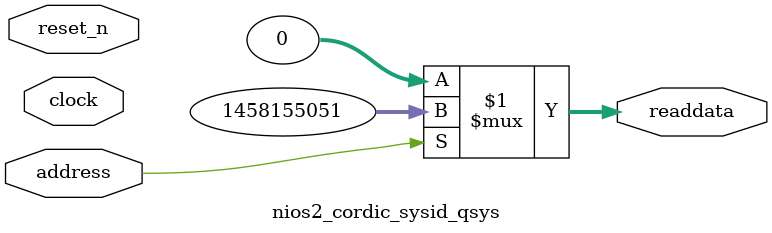
<source format=v>

`timescale 1ns / 1ps
// synthesis translate_on

// turn off superfluous verilog processor warnings 
// altera message_level Level1 
// altera message_off 10034 10035 10036 10037 10230 10240 10030 

module nios2_cordic_sysid_qsys (
               // inputs:
                address,
                clock,
                reset_n,

               // outputs:
                readdata
             )
;

  output  [ 31: 0] readdata;
  input            address;
  input            clock;
  input            reset_n;

  wire    [ 31: 0] readdata;
  //control_slave, which is an e_avalon_slave
  assign readdata = address ? 1458155051 : 0;

endmodule




</source>
